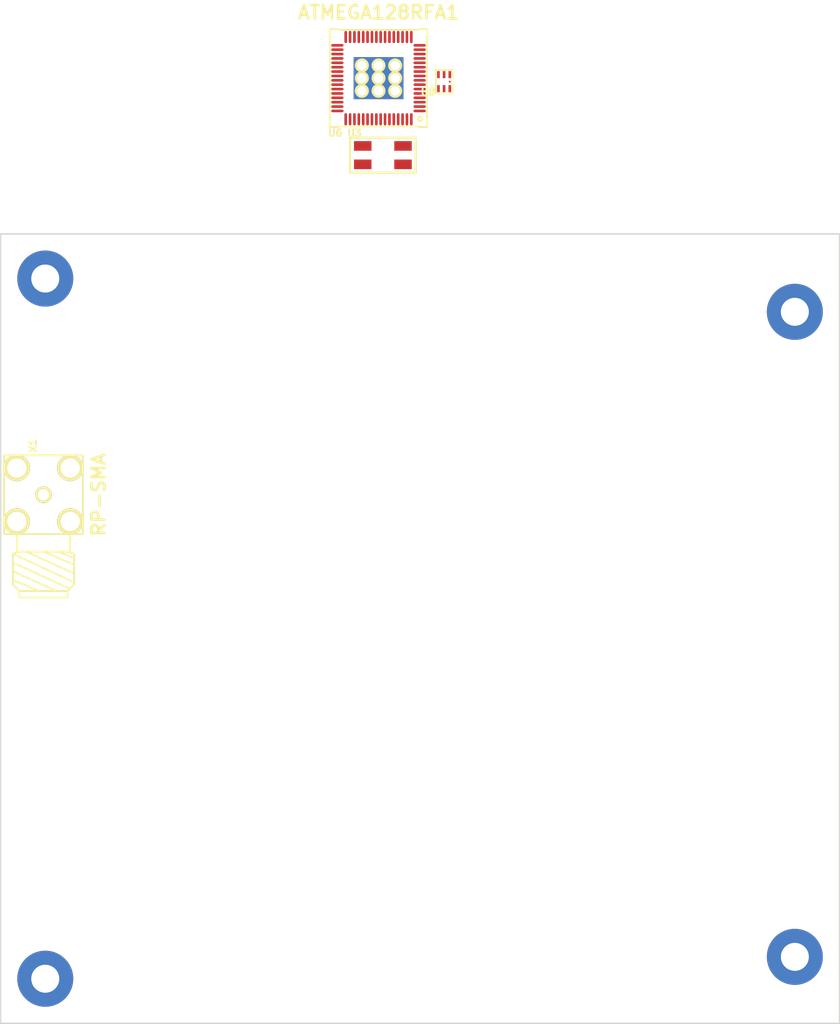
<source format=kicad_pcb>
(kicad_pcb (version 3) (host pcbnew "(2013-mar-13)-testing")

  (general
    (links 34)
    (no_connects 25)
    (area 314.2 -55.45156 412.700001 142.200001)
    (thickness 1.6002)
    (drawings 12)
    (tracks 4)
    (zones 0)
    (modules 4)
    (nets 50)
  )

  (page A4)
  (title_block
    (date "11 jun 2012")
  )

  (layers
    (15 F.Cu signal)
    (0 B.Cu signal)
    (16 B.Adhes user)
    (17 F.Adhes user)
    (18 B.Paste user)
    (19 F.Paste user)
    (20 B.SilkS user)
    (21 F.SilkS user)
    (22 B.Mask user)
    (23 F.Mask user)
    (24 Dwgs.User user)
    (25 Cmts.User user)
    (26 Eco1.User user)
    (27 Eco2.User user)
    (28 Edge.Cuts user)
  )

  (setup
    (last_trace_width 0.2)
    (user_trace_width 0.1)
    (user_trace_width 0.2)
    (user_trace_width 0.25)
    (user_trace_width 0.3)
    (user_trace_width 0.5)
    (user_trace_width 1)
    (trace_clearance 0.1905)
    (zone_clearance 0.508)
    (zone_45_only no)
    (trace_min 0.0762)
    (segment_width 0.2)
    (edge_width 0.15)
    (via_size 1.00076)
    (via_drill 0.59944)
    (via_min_size 0.25)
    (via_min_drill 0.15)
    (user_via 6.4 3.2)
    (uvia_size 0.508)
    (uvia_drill 0.127)
    (uvias_allowed yes)
    (uvia_min_size 0.2)
    (uvia_min_drill 0.1)
    (pcb_text_width 0.3)
    (pcb_text_size 1 1)
    (mod_edge_width 0.15)
    (mod_text_size 1 1)
    (mod_text_width 0.15)
    (pad_size 1 1)
    (pad_drill 0.45)
    (pad_to_mask_clearance 0)
    (aux_axis_origin 102.5 145.5)
    (visible_elements FFFFFF7F)
    (pcbplotparams
      (layerselection 3178497)
      (usegerberextensions true)
      (excludeedgelayer true)
      (linewidth 0.150000)
      (plotframeref false)
      (viasonmask false)
      (mode 1)
      (useauxorigin false)
      (hpglpennumber 1)
      (hpglpenspeed 20)
      (hpglpendiameter 15)
      (hpglpenoverlay 2)
      (psnegative false)
      (psa4output false)
      (plotreference true)
      (plotvalue true)
      (plotothertext true)
      (plotinvisibletext false)
      (padsonsilk false)
      (subtractmaskfromsilk false)
      (outputformat 1)
      (mirror false)
      (drillshape 1)
      (scaleselection 1)
      (outputdirectory ""))
  )

  (net 0 "")
  (net 1 /50ohm)
  (net 2 /D10)
  (net 3 /D11)
  (net 4 /D12)
  (net 5 /D13)
  (net 6 /D14)
  (net 7 /D15)
  (net 8 /D16)
  (net 9 /D17)
  (net 10 /D18)
  (net 11 /D19)
  (net 12 /D2)
  (net 13 /D20)
  (net 14 /D21)
  (net 15 /D3)
  (net 16 /D4)
  (net 17 /D5)
  (net 18 /D6)
  (net 19 /D7)
  (net 20 /D8)
  (net 21 /D9)
  (net 22 /RESET)
  (net 23 /RFRX)
  (net 24 /RFTX)
  (net 25 /RXD)
  (net 26 /TXD)
  (net 27 /adc0)
  (net 28 /adc1)
  (net 29 /adc2)
  (net 30 /adc3)
  (net 31 /adc4)
  (net 32 /adc5)
  (net 33 /adc6)
  (net 34 /adc7)
  (net 35 /aref)
  (net 36 /gnd)
  (net 37 /pg0)
  (net 38 /pg1)
  (net 39 /pg2)
  (net 40 /pg3)
  (net 41 /pg4)
  (net 42 /pg5)
  (net 43 /pwr_atmega)
  (net 44 N-000002)
  (net 45 N-000016)
  (net 46 N-000033)
  (net 47 N-000075)
  (net 48 N-000084)
  (net 49 N-000088)

  (net_class Default "This is the default net class."
    (clearance 0.1905)
    (trace_width 0.2032)
    (via_dia 1.00076)
    (via_drill 0.59944)
    (uvia_dia 0.508)
    (uvia_drill 0.127)
    (add_net "")
    (add_net /D10)
    (add_net /D11)
    (add_net /D12)
    (add_net /D13)
    (add_net /D14)
    (add_net /D15)
    (add_net /D16)
    (add_net /D17)
    (add_net /D18)
    (add_net /D19)
    (add_net /D2)
    (add_net /D20)
    (add_net /D21)
    (add_net /D3)
    (add_net /D4)
    (add_net /D5)
    (add_net /D6)
    (add_net /D7)
    (add_net /D8)
    (add_net /D9)
    (add_net /RESET)
    (add_net /RFRX)
    (add_net /RFTX)
    (add_net /RXD)
    (add_net /TXD)
    (add_net /adc0)
    (add_net /adc1)
    (add_net /adc2)
    (add_net /adc3)
    (add_net /adc4)
    (add_net /adc5)
    (add_net /adc6)
    (add_net /adc7)
    (add_net /aref)
    (add_net /gnd)
    (add_net /pg0)
    (add_net /pg1)
    (add_net /pg2)
    (add_net /pg3)
    (add_net /pg4)
    (add_net /pg5)
    (add_net /pwr_atmega)
    (add_net N-000002)
    (add_net N-000016)
    (add_net N-000033)
    (add_net N-000075)
    (add_net N-000084)
    (add_net N-000088)
  )

  (net_class 03mm ""
    (clearance 0)
    (trace_width 0.29972)
    (via_dia 1.00076)
    (via_drill 0.59944)
    (uvia_dia 0.508)
    (uvia_drill 0.127)
  )

  (net_class 50ohm ""
    (clearance 0)
    (trace_width 1.92024)
    (via_dia 1.00076)
    (via_drill 0.59944)
    (uvia_dia 0.508)
    (uvia_drill 0.127)
    (add_net /50ohm)
  )

  (module rp-sma (layer F.Cu) (tedit 51AF8945) (tstamp 4FBCC1A9)
    (at 320.4 80.5 270)
    (descr http://store.comet.bg/Catalogue/Product/8986/)
    (tags "RPSMA female, 90deg PCB mount")
    (path /4FBB5F51)
    (fp_text reference X1 (at -5.6 1.2 270) (layer F.SilkS)
      (effects (font (size 0.8001 0.8001) (thickness 0.20066)))
    )
    (fp_text value RP-SMA (at 0 -6.3 270) (layer F.SilkS)
      (effects (font (thickness 0.3048)))
    )
    (fp_line (start 6.49986 -2.99974) (end 6.49986 2.99974) (layer F.SilkS) (width 0.20066))
    (fp_line (start 11.75004 2.75082) (end 11.00074 2.75082) (layer F.SilkS) (width 0.20066))
    (fp_line (start 11.00074 0.50038) (end 9.75106 3.50012) (layer F.SilkS) (width 0.20066))
    (fp_line (start 11.00074 -1.50114) (end 8.7503 3.50012) (layer F.SilkS) (width 0.20066))
    (fp_line (start 10.74928 -2.99974) (end 7.74954 3.50012) (layer F.SilkS) (width 0.20066))
    (fp_line (start 9.99998 -3.50012) (end 6.74878 3.50012) (layer F.SilkS) (width 0.20066))
    (fp_line (start 8.99922 -3.50012) (end 6.49986 1.99898) (layer F.SilkS) (width 0.20066))
    (fp_line (start 11.00074 -2.75082) (end 11.00074 2.75082) (layer F.SilkS) (width 0.20066))
    (fp_line (start 8.001 -3.50012) (end 6.49986 0) (layer F.SilkS) (width 0.20066))
    (fp_line (start 7.24916 -3.50012) (end 6.49986 -1.75006) (layer F.SilkS) (width 0.20066))
    (fp_line (start 6.49986 2.75082) (end 6.74878 3.50012) (layer F.SilkS) (width 0.20066))
    (fp_line (start 11.75004 -2.75082) (end 11.75004 2.75082) (layer F.SilkS) (width 0.20066))
    (fp_line (start 11.00074 2.75082) (end 10.2489 3.50012) (layer F.SilkS) (width 0.20066))
    (fp_line (start 10.2489 3.50012) (end 6.74878 3.50012) (layer F.SilkS) (width 0.20066))
    (fp_line (start 6.49986 2.99974) (end 4.50088 2.99974) (layer F.SilkS) (width 0.20066))
    (fp_line (start 11.75004 -2.75082) (end 11.00074 -2.75082) (layer F.SilkS) (width 0.20066))
    (fp_line (start 11.00074 -2.75082) (end 10.2489 -3.50012) (layer F.SilkS) (width 0.20066))
    (fp_line (start 10.2489 -3.50012) (end 6.74878 -3.50012) (layer F.SilkS) (width 0.20066))
    (fp_line (start 6.74878 -3.50012) (end 6.49986 -2.75082) (layer F.SilkS) (width 0.20066))
    (fp_line (start 6.49986 -2.99974) (end 4.50088 -2.99974) (layer F.SilkS) (width 0.20066))
    (fp_line (start -4.50088 0) (end -4.50088 -4.50088) (layer F.SilkS) (width 0.20066))
    (fp_line (start -4.50088 -4.50088) (end 4.50088 -4.50088) (layer F.SilkS) (width 0.20066))
    (fp_line (start 4.50088 -4.50088) (end 4.50088 4.50088) (layer F.SilkS) (width 0.20066))
    (fp_line (start 4.50088 4.50088) (end -4.50088 4.50088) (layer F.SilkS) (width 0.20066))
    (fp_line (start -4.50088 4.50088) (end -4.50088 0) (layer F.SilkS) (width 0.20066))
    (pad 0 thru_hole oval (at 0 0) (size 1.89992 1.89992) (drill 1.30048)
      (layers *.Cu *.Mask F.SilkS)
      (clearance 1.00076)
    )
    (pad 1 thru_hole oval (at -3.05054 -3.05054) (size 2.99974 2.99974) (drill 2.19964)
      (layers *.Cu *.Mask F.SilkS)
    )
    (pad 2 thru_hole oval (at 3.05054 -3.05054) (size 2.99974 2.99974) (drill 2.19964)
      (layers *.Cu *.Mask F.SilkS)
    )
    (pad 3 thru_hole oval (at 3.05054 3.05054) (size 2.99974 2.99974) (drill 2.19964)
      (layers *.Cu *.Mask F.SilkS)
    )
    (pad 4 thru_hole oval (at -3.05054 3.05054) (size 2.99974 2.99974) (drill 2.19964)
      (layers *.Cu *.Mask F.SilkS)
    )
  )

  (module crystal_xg6x3p5 (layer F.Cu) (tedit 4FD071A3) (tstamp 4FBCC1DC)
    (at 359.2 41.7)
    (descr http://store.comet.bg/bg/Catalogue/Product/6270/)
    (tags "Crystal 16 MHz XG(6x3.5)")
    (path /4FBA3AF9)
    (fp_text reference U3 (at -3.24866 -2.49936) (layer F.SilkS)
      (effects (font (size 0.8001 0.8001) (thickness 0.20066)))
    )
    (fp_text value Q16.000 (at 0.14986 0.04826) (layer F.SilkS) hide
      (effects (font (size 1.016 1.016) (thickness 0.24892)))
    )
    (fp_line (start -3.74904 -1.99898) (end 3.74904 -1.99898) (layer F.SilkS) (width 0.24892))
    (fp_line (start 3.74904 -1.99898) (end 3.74904 1.99898) (layer F.SilkS) (width 0.24892))
    (fp_line (start 3.74904 1.99898) (end -3.74904 1.99898) (layer F.SilkS) (width 0.24892))
    (fp_line (start -3.74904 1.99898) (end -3.74904 -1.99898) (layer F.SilkS) (width 0.24892))
    (pad 1 smd rect (at -2.30124 1.05156) (size 1.99898 1.09982)
      (layers F.Cu F.Paste F.Mask)
      (net 45 N-000016)
    )
    (pad 2 smd rect (at 2.30124 1.05156) (size 1.99898 1.09982)
      (layers F.Cu F.Paste F.Mask)
      (net 36 /gnd)
    )
    (pad 3 smd rect (at 2.30124 -1.05156) (size 1.99898 1.09982)
      (layers F.Cu F.Paste F.Mask)
      (net 49 N-000088)
    )
    (pad 4 smd rect (at -2.30124 -1.05156) (size 1.99898 1.09982)
      (layers F.Cu F.Paste F.Mask)
      (net 36 /gnd)
    )
  )

  (module 2450FB15L0001 (layer F.Cu) (tedit 4FD072B1) (tstamp 4FBCC204)
    (at 366.2 33.3)
    (descr http://store.comet.bg/bg/CatalogueFarnell/Product/1283063/)
    (tags "BALUN FILTER, 2.45GHZ; Frequency Range:2.4GHz to 2.5GHz")
    (path /4FBB5E6C)
    (fp_text reference U8 (at -1.84658 1.19634) (layer F.SilkS)
      (effects (font (size 0.8001 0.8001) (thickness 0.20066)))
    )
    (fp_text value 2450FB15L0001 (at 0 -2.49936) (layer F.SilkS) hide
      (effects (font (thickness 0.3048)))
    )
    (fp_line (start -0.94996 -1.34874) (end 0.94996 -1.34874) (layer F.SilkS) (width 0.20066))
    (fp_line (start -0.94996 1.34874) (end 0.94996 1.34874) (layer F.SilkS) (width 0.20066))
    (fp_line (start 0.94996 -1.30048) (end 0.94996 1.24968) (layer F.SilkS) (width 0.20066))
    (fp_line (start -0.9525 -1.30048) (end -0.9525 1.24968) (layer F.SilkS) (width 0.20066))
    (pad 1 smd rect (at 0.65024 -0.8001 90) (size 0.8001 0.29972)
      (layers F.Cu F.Paste F.Mask)
      (net 1 /50ohm)
    )
    (pad 2 smd rect (at 0 -0.8001 90) (size 0.8001 0.29972)
      (layers F.Cu F.Paste F.Mask)
      (net 47 N-000075)
    )
    (pad 3 smd rect (at -0.65024 -0.8001 90) (size 0.8001 0.29972)
      (layers F.Cu F.Paste F.Mask)
      (net 48 N-000084)
    )
    (pad 4 smd rect (at -0.65024 0.8001 90) (size 0.8001 0.29972)
      (layers F.Cu F.Paste F.Mask)
      (net 46 N-000033)
    )
    (pad 5 smd rect (at 0 0.8001 90) (size 0.8001 0.29972)
      (layers F.Cu F.Paste F.Mask)
      (net 36 /gnd)
    )
    (pad 6 smd rect (at 0.65024 0.8001 90) (size 0.8001 0.29972)
      (layers F.Cu F.Paste F.Mask)
      (net 36 /gnd)
    )
    (pad 7 smd rect (at 0.65024 0 90) (size 0.20066 0.20066)
      (layers F.Cu F.Paste F.Mask)
    )
  )

  (module atmega128rfa1 (layer F.Cu) (tedit 4FD0836F) (tstamp 4FCCC46B)
    (at 358.7 32.9 180)
    (descr http://store.comet.bg/bg/CatalogueFarnell/Product/1278908/)
    (tags "ATmega128rfA1, MCU, 2.4GHZ, 802.15.4, 128K, 64QFN; RF IC Case Sty")
    (path /4FB64754)
    (fp_text reference U6 (at 4.94538 -6.24586 180) (layer F.SilkS)
      (effects (font (size 0.8001 0.8001) (thickness 0.20066)))
    )
    (fp_text value ATMEGA128RFA1 (at 0 7.50062 180) (layer F.SilkS)
      (effects (font (thickness 0.3048)))
    )
    (fp_line (start 4.572 -5.588) (end 5.588 -5.588) (layer F.SilkS) (width 0.20066))
    (fp_line (start 5.588 -5.588) (end 5.588 -4.572) (layer F.SilkS) (width 0.20066))
    (fp_line (start -5.588 -4.572) (end -5.588 -5.588) (layer F.SilkS) (width 0.20066))
    (fp_line (start -5.588 -5.588) (end -4.572 -5.588) (layer F.SilkS) (width 0.20066))
    (fp_line (start 4.572 5.588) (end 5.588 5.588) (layer F.SilkS) (width 0.20066))
    (fp_line (start 5.588 5.588) (end 5.588 4.572) (layer F.SilkS) (width 0.20066))
    (fp_line (start -5.588 4.572) (end -5.588 5.588) (layer F.SilkS) (width 0.20066))
    (fp_line (start -5.588 5.588) (end -4.572 5.588) (layer F.SilkS) (width 0.20066))
    (fp_circle (center -4.77012 -4.66852) (end -4.5212 -4.66852) (layer F.SilkS) (width 0.20066))
    (fp_line (start -5.51688 0) (end -5.51688 -4.50088) (layer F.SilkS) (width 0.20066))
    (fp_line (start -4.50088 -5.51688) (end 4.50088 -5.51688) (layer F.SilkS) (width 0.20066))
    (fp_line (start 5.51688 -4.50088) (end 5.51688 4.50088) (layer F.SilkS) (width 0.20066))
    (fp_line (start 4.50088 5.51688) (end -4.50088 5.51688) (layer F.SilkS) (width 0.20066))
    (fp_line (start -5.51688 4.50088) (end -5.51688 0) (layer F.SilkS) (width 0.20066))
    (pad 9 smd oval (at -4.699 0.24892 180) (size 1.39954 0.29972)
      (layers F.Cu F.Paste F.Mask)
      (net 48 N-000084)
    )
    (pad 8 smd oval (at -4.699 -0.24892 180) (size 1.39954 0.29972)
      (layers F.Cu F.Paste F.Mask)
      (net 46 N-000033)
    )
    (pad 7 smd oval (at -4.699 -0.7493 180) (size 1.39954 0.29972)
      (layers F.Cu F.Paste F.Mask)
      (net 36 /gnd)
    )
    (pad 6 smd oval (at -4.699 -1.24968 180) (size 1.39954 0.29972)
      (layers F.Cu F.Paste F.Mask)
      (net 34 /adc7)
    )
    (pad 5 smd oval (at -4.699 -1.75006 180) (size 1.39954 0.29972)
      (layers F.Cu F.Paste F.Mask)
      (net 33 /adc6)
    )
    (pad 4 smd oval (at -4.699 -2.25044 180) (size 1.39954 0.29972)
      (layers F.Cu F.Paste F.Mask)
      (net 32 /adc5)
    )
    (pad 3 smd oval (at -4.699 -2.75082 180) (size 1.39954 0.29972)
      (layers F.Cu F.Paste F.Mask)
      (net 31 /adc4)
    )
    (pad 2 smd oval (at -4.699 -3.2512 180) (size 1.39954 0.29972)
      (layers F.Cu F.Paste F.Mask)
      (net 30 /adc3)
    )
    (pad 1 smd oval (at -4.699 -3.74904 180) (size 1.39954 0.29972)
      (layers F.Cu F.Paste F.Mask)
      (net 29 /adc2)
    )
    (pad 10 smd oval (at -4.699 0.7493 180) (size 1.39954 0.29972)
      (layers F.Cu F.Paste F.Mask)
      (net 36 /gnd)
    )
    (pad 11 smd oval (at -4.699 1.24968 180) (size 1.39954 0.29972)
      (layers F.Cu F.Paste F.Mask)
      (net 36 /gnd)
    )
    (pad 12 smd oval (at -4.699 1.75006 180) (size 1.39954 0.29972)
      (layers F.Cu F.Paste F.Mask)
      (net 22 /RESET)
    )
    (pad 13 smd oval (at -4.699 2.25044 180) (size 1.39954 0.29972)
      (layers F.Cu F.Paste F.Mask)
    )
    (pad 14 smd oval (at -4.699 2.75082 180) (size 1.39954 0.29972)
      (layers F.Cu F.Paste F.Mask)
      (net 37 /pg0)
    )
    (pad 15 smd oval (at -4.699 3.2512 180) (size 1.39954 0.29972)
      (layers F.Cu F.Paste F.Mask)
      (net 38 /pg1)
    )
    (pad 16 smd oval (at -4.699 3.74904 180) (size 1.39954 0.29972)
      (layers F.Cu F.Paste F.Mask)
      (net 39 /pg2)
    )
    (pad 57 smd oval (at -0.24892 -4.699 270) (size 1.39954 0.29972)
      (layers F.Cu F.Paste F.Mask)
      (net 49 N-000088)
    )
    (pad 58 smd oval (at -0.7493 -4.699 270) (size 1.39954 0.29972)
      (layers F.Cu F.Paste F.Mask)
      (net 36 /gnd)
    )
    (pad 59 smd oval (at -1.24968 -4.699 270) (size 1.39954 0.29972)
      (layers F.Cu F.Paste F.Mask)
      (net 43 /pwr_atmega)
    )
    (pad 60 smd oval (at -1.75006 -4.699 270) (size 1.39954 0.29972)
      (layers F.Cu F.Paste F.Mask)
      (net 44 N-000002)
    )
    (pad 61 smd oval (at -2.25044 -4.699 270) (size 1.39954 0.29972)
      (layers F.Cu F.Paste F.Mask)
      (net 36 /gnd)
    )
    (pad 62 smd oval (at -2.75082 -4.699 270) (size 1.39954 0.29972)
      (layers F.Cu F.Paste F.Mask)
      (net 35 /aref)
    )
    (pad 63 smd oval (at -3.2512 -4.699 270) (size 1.39954 0.29972)
      (layers F.Cu F.Paste F.Mask)
      (net 27 /adc0)
    )
    (pad 64 smd oval (at -3.74904 -4.699 270) (size 1.39954 0.29972)
      (layers F.Cu F.Paste F.Mask)
      (net 28 /adc1)
    )
    (pad 56 smd oval (at 0.24892 -4.699 270) (size 1.39954 0.29972)
      (layers F.Cu F.Paste F.Mask)
      (net 45 N-000016)
    )
    (pad 55 smd oval (at 0.7493 -4.699 270) (size 1.39954 0.29972)
      (layers F.Cu F.Paste F.Mask)
      (net 36 /gnd)
    )
    (pad 54 smd oval (at 1.24968 -4.699 270) (size 1.39954 0.29972)
      (layers F.Cu F.Paste F.Mask)
      (net 43 /pwr_atmega)
    )
    (pad 53 smd oval (at 1.75006 -4.699 270) (size 1.39954 0.29972)
      (layers F.Cu F.Paste F.Mask)
      (net 19 /D7)
    )
    (pad 52 smd oval (at 2.25044 -4.699 270) (size 1.39954 0.29972)
      (layers F.Cu F.Paste F.Mask)
      (net 18 /D6)
    )
    (pad 51 smd oval (at 2.75082 -4.699 270) (size 1.39954 0.29972)
      (layers F.Cu F.Paste F.Mask)
      (net 17 /D5)
    )
    (pad 50 smd oval (at 3.2512 -4.699 270) (size 1.39954 0.29972)
      (layers F.Cu F.Paste F.Mask)
      (net 16 /D4)
    )
    (pad 49 smd oval (at 3.74904 -4.699 270) (size 1.39954 0.29972)
      (layers F.Cu F.Paste F.Mask)
      (net 15 /D3)
    )
    (pad 24 smd oval (at -0.24892 4.699 270) (size 1.39954 0.29972)
      (layers F.Cu F.Paste F.Mask)
      (net 36 /gnd)
    )
    (pad 23 smd oval (at -0.7493 4.699 270) (size 1.39954 0.29972)
      (layers F.Cu F.Paste F.Mask)
      (net 43 /pwr_atmega)
    )
    (pad 22 smd oval (at -1.24968 4.699 270) (size 1.39954 0.29972)
      (layers F.Cu F.Paste F.Mask)
      (net 43 /pwr_atmega)
    )
    (pad 21 smd oval (at -1.75006 4.699 270) (size 1.39954 0.29972)
      (layers F.Cu F.Paste F.Mask)
      (net 43 /pwr_atmega)
    )
    (pad 20 smd oval (at -2.25044 4.699 270) (size 1.39954 0.29972)
      (layers F.Cu F.Paste F.Mask)
      (net 36 /gnd)
    )
    (pad 19 smd oval (at -2.75082 4.699 270) (size 1.39954 0.29972)
      (layers F.Cu F.Paste F.Mask)
      (net 42 /pg5)
    )
    (pad 18 smd oval (at -3.2512 4.699 270) (size 1.39954 0.29972)
      (layers F.Cu F.Paste F.Mask)
      (net 41 /pg4)
    )
    (pad 17 smd oval (at -3.74904 4.699 270) (size 1.39954 0.29972)
      (layers F.Cu F.Paste F.Mask)
      (net 40 /pg3)
    )
    (pad 25 smd oval (at 0.24892 4.699 270) (size 1.39954 0.29972)
      (layers F.Cu F.Paste F.Mask)
      (net 8 /D16)
    )
    (pad 26 smd oval (at 0.7493 4.699 270) (size 1.39954 0.29972)
      (layers F.Cu F.Paste F.Mask)
      (net 9 /D17)
    )
    (pad 27 smd oval (at 1.24968 4.699 270) (size 1.39954 0.29972)
      (layers F.Cu F.Paste F.Mask)
      (net 10 /D18)
    )
    (pad 28 smd oval (at 1.75006 4.699 270) (size 1.39954 0.29972)
      (layers F.Cu F.Paste F.Mask)
      (net 11 /D19)
    )
    (pad 29 smd oval (at 2.25044 4.699 270) (size 1.39954 0.29972)
      (layers F.Cu F.Paste F.Mask)
      (net 13 /D20)
    )
    (pad 30 smd oval (at 2.75082 4.699 270) (size 1.39954 0.29972)
      (layers F.Cu F.Paste F.Mask)
      (net 23 /RFRX)
    )
    (pad 31 smd oval (at 3.2512 4.699 270) (size 1.39954 0.29972)
      (layers F.Cu F.Paste F.Mask)
      (net 24 /RFTX)
    )
    (pad 32 smd oval (at 3.74904 4.699 270) (size 1.39954 0.29972)
      (layers F.Cu F.Paste F.Mask)
      (net 14 /D21)
    )
    (pad 41 smd oval (at 4.699 -0.24892 180) (size 1.39954 0.29972)
      (layers F.Cu F.Paste F.Mask)
      (net 3 /D11)
    )
    (pad 42 smd oval (at 4.699 -0.7493 180) (size 1.39954 0.29972)
      (layers F.Cu F.Paste F.Mask)
      (net 2 /D10)
    )
    (pad 43 smd oval (at 4.699 -1.24968 180) (size 1.39954 0.29972)
      (layers F.Cu F.Paste F.Mask)
      (net 21 /D9)
    )
    (pad 44 smd oval (at 4.699 -1.75006 180) (size 1.39954 0.29972)
      (layers F.Cu F.Paste F.Mask)
      (net 43 /pwr_atmega)
    )
    (pad 45 smd oval (at 4.699 -2.25044 180) (size 1.39954 0.29972)
      (layers F.Cu F.Paste F.Mask)
      (net 36 /gnd)
    )
    (pad 46 smd oval (at 4.699 -2.75082 180) (size 1.39954 0.29972)
      (layers F.Cu F.Paste F.Mask)
      (net 25 /RXD)
    )
    (pad 47 smd oval (at 4.699 -3.2512 180) (size 1.39954 0.29972)
      (layers F.Cu F.Paste F.Mask)
      (net 26 /TXD)
    )
    (pad 48 smd oval (at 4.699 -3.74904 180) (size 1.39954 0.29972)
      (layers F.Cu F.Paste F.Mask)
      (net 12 /D2)
    )
    (pad 40 smd oval (at 4.699 0.24892 180) (size 1.39954 0.29972)
      (layers F.Cu F.Paste F.Mask)
      (net 20 /D8)
    )
    (pad 39 smd oval (at 4.699 0.7493 180) (size 1.39954 0.29972)
      (layers F.Cu F.Paste F.Mask)
      (net 4 /D12)
    )
    (pad 38 smd oval (at 4.699 1.24968 180) (size 1.39954 0.29972)
      (layers F.Cu F.Paste F.Mask)
      (net 7 /D15)
    )
    (pad 37 smd oval (at 4.699 1.75006 180) (size 1.39954 0.29972)
      (layers F.Cu F.Paste F.Mask)
      (net 5 /D13)
    )
    (pad 36 smd oval (at 4.699 2.25044 180) (size 1.39954 0.29972)
      (layers F.Cu F.Paste F.Mask)
      (net 6 /D14)
    )
    (pad 35 smd oval (at 4.699 2.75082 180) (size 1.39954 0.29972)
      (layers F.Cu F.Paste F.Mask)
      (net 36 /gnd)
    )
    (pad 34 smd oval (at 4.699 3.2512 180) (size 1.39954 0.29972)
      (layers F.Cu F.Paste F.Mask)
      (net 43 /pwr_atmega)
    )
    (pad 33 smd oval (at 4.699 3.74904 180) (size 1.39954 0.29972)
      (layers F.Cu F.Paste F.Mask)
      (net 43 /pwr_atmega)
    )
    (pad 65 smd rect (at 0 0 180) (size 5.69976 4.8006)
      (layers *.Cu F.Paste F.Mask)
      (net 36 /gnd)
    )
    (pad 65 thru_hole circle (at -1.89992 -1.45034 180) (size 1.6002 1.6002) (drill 1.09982)
      (layers *.Cu *.Mask F.SilkS)
      (net 36 /gnd)
    )
    (pad 65 thru_hole circle (at 0 -1.45034 180) (size 1.6002 1.6002) (drill 1.09982)
      (layers *.Cu *.Mask F.SilkS)
      (net 36 /gnd)
    )
    (pad 65 thru_hole circle (at 1.89992 -1.45034 180) (size 1.6002 1.6002) (drill 1.09982)
      (layers *.Cu *.Mask F.SilkS)
      (net 36 /gnd)
    )
    (pad 65 thru_hole circle (at -1.89992 0 180) (size 1.6002 1.6002) (drill 1.09982)
      (layers *.Cu *.Mask F.SilkS)
      (net 36 /gnd)
    )
    (pad 65 thru_hole circle (at 0 0 180) (size 1.6002 1.6002) (drill 1.09982)
      (layers *.Cu *.Mask F.SilkS)
      (net 36 /gnd)
    )
    (pad 65 thru_hole circle (at 1.89992 0 180) (size 1.6002 1.6002) (drill 1.09982)
      (layers *.Cu *.Mask F.SilkS)
      (net 36 /gnd)
    )
    (pad 65 thru_hole circle (at -1.89992 1.45034 180) (size 1.6002 1.6002) (drill 1.09982)
      (layers *.Cu *.Mask F.SilkS)
      (net 36 /gnd)
    )
    (pad 65 thru_hole circle (at 0 1.45034 180) (size 1.6002 1.6002) (drill 1.09982)
      (layers *.Cu *.Mask F.SilkS)
      (net 36 /gnd)
    )
    (pad 65 thru_hole circle (at 1.89992 1.45034 180) (size 1.6002 1.6002) (drill 1.09982)
      (layers *.Cu *.Mask F.SilkS)
      (net 36 /gnd)
    )
  )

  (gr_line (start 402.4 127.9) (end 411.3 127.9) (angle 90) (layer Dwgs.User) (width 0.2) (tstamp 51AF84CD))
  (gr_line (start 402.4 127.9) (end 402.4 140.8) (angle 90) (layer Dwgs.User) (width 0.2) (tstamp 51AF84CC))
  (gr_line (start 402.4 63.7) (end 402.4 50.8) (angle 90) (layer Dwgs.User) (width 0.2))
  (gr_line (start 402.4 63.7) (end 411.3 63.7) (angle 90) (layer Dwgs.User) (width 0.2))
  (gr_line (start 324.5 59.7) (end 324.5 50.8) (angle 90) (layer Dwgs.User) (width 0.2))
  (gr_line (start 324.5 59.7) (end 315.6 59.7) (angle 90) (layer Dwgs.User) (width 0.2))
  (gr_line (start 324.5 131.9) (end 315.6 131.9) (angle 90) (layer Dwgs.User) (width 0.2))
  (gr_line (start 324.5 131.9) (end 324.5 140.8) (angle 90) (layer Dwgs.User) (width 0.2))
  (gr_line (start 411.4 50.7) (end 315.5 50.7) (angle 90) (layer Edge.Cuts) (width 0.15))
  (gr_line (start 411.4 140.9) (end 411.4 50.7) (angle 90) (layer Edge.Cuts) (width 0.15))
  (gr_line (start 315.5 140.9) (end 411.4 140.9) (angle 90) (layer Edge.Cuts) (width 0.15))
  (gr_line (start 315.5 140.9) (end 315.5 50.7) (angle 90) (layer Edge.Cuts) (width 0.15))

  (via blind (at 406.3 133.3) (size 6.4) (drill 3.2) (layers F.Cu B.Cu) (net 0) (status 40000))
  (via blind (at 320.6 55.8) (size 6.4) (drill 3.2) (layers F.Cu B.Cu) (net 0) (status 40000))
  (via blind (at 320.6 135.8) (size 6.4) (drill 3.2) (layers F.Cu B.Cu) (net 0) (status 40000))
  (via blind (at 406.3 59.6) (size 6.4) (drill 3.2) (layers F.Cu B.Cu) (net 0) (status 40000))

)

</source>
